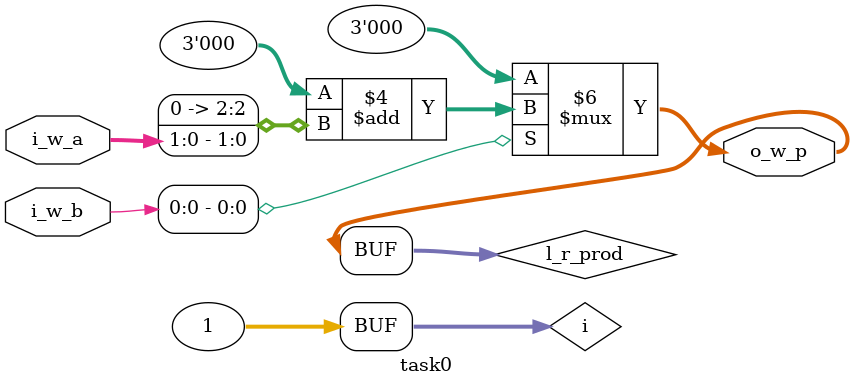
<source format=v>
module task0 #(
    parameter p_width = 1
) (
    output wire [(p_width*2):0] o_w_p,
    input wire [p_width:0] i_w_a,
    input wire [p_width:0] i_w_b
);

    //TODO 1: implement multiplier
    integer i;
    reg [(p_width*2):0] l_r_prod;

    always @(*) begin
        l_r_prod = 0;
        for(i = 0; i < p_width; i=i+1) begin
            if(i_w_b[i])
                l_r_prod = l_r_prod + (i_w_a << i);
        end
    end

    assign o_w_p = l_r_prod;
endmodule
</source>
